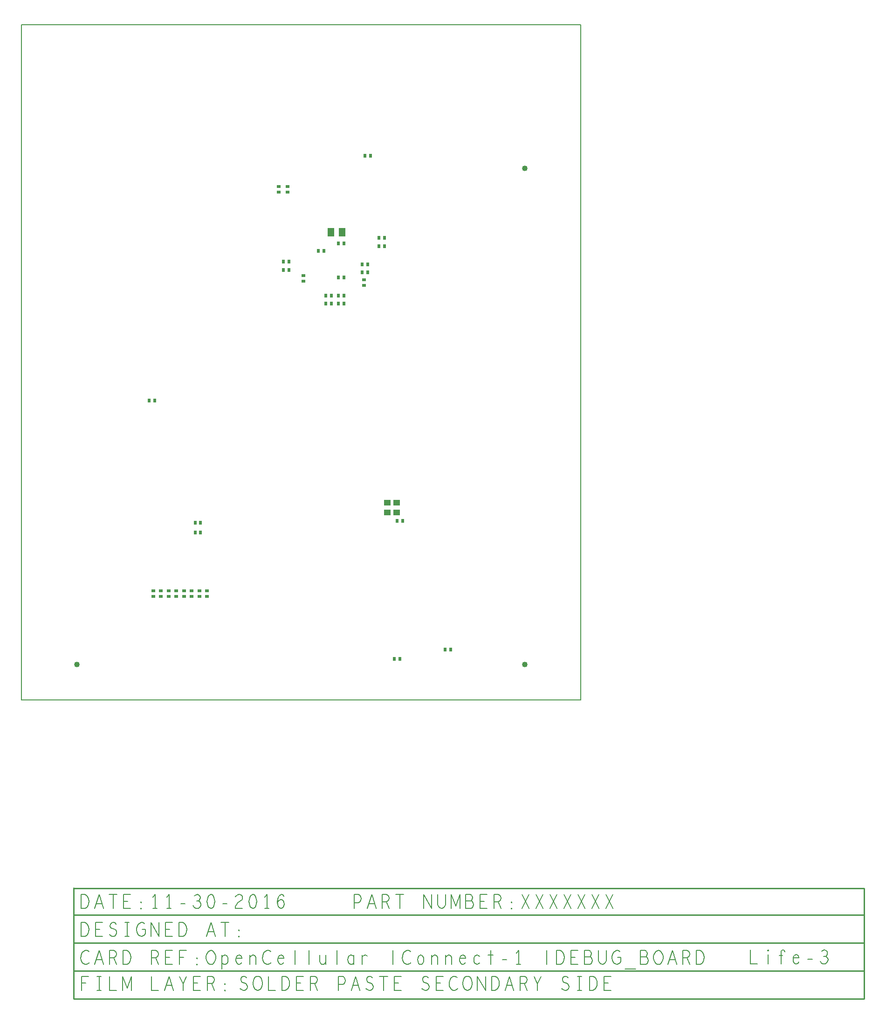
<source format=gbr>
G04 ================== begin FILE IDENTIFICATION RECORD ==================*
G04 Layout Name:  D:/shamshu/Dburg/final/OC_Connect-1_DEBUG_Life-3_final.brd*
G04 Film Name:    spse.gbr*
G04 File Format:  Gerber RS274X*
G04 File Origin:  Cadence Allegro 16.6-2015-S060*
G04 Origin Date:  Thu Dec 01 02:08:26 2016*
G04 *
G04 Layer:  PACKAGE GEOMETRY/PASTEMASK_BOTTOM*
G04 Layer:  PIN/PASTEMASK_BOTTOM*
G04 Layer:  DRAWING FORMAT/SPSE*
G04 Layer:  DRAWING FORMAT/FILM_LABEL_OUTLINE*
G04 Layer:  BOARD GEOMETRY/OUTLINE*
G04 *
G04 Offset:    (0.000 0.000)*
G04 Mirror:    No*
G04 Mode:      Positive*
G04 Rotation:  0*
G04 FullContactRelief:  No*
G04 UndefLineWidth:     6.000*
G04 ================== end FILE IDENTIFICATION RECORD ====================*
%FSLAX25Y25*MOIN*%
%IR0*IPPOS*OFA0.00000B0.00000*MIA0B0*SFA1.00000B1.00000*%
%ADD11R,.03X.024*%
%ADD12R,.024X.03*%
%ADD10C,.04*%
%ADD13R,.051X.059*%
%ADD14R,.045276X.043307*%
%ADD15C,.01*%
%ADD16C,.006*%
G75*
%LPD*%
G75*
G54D10*
X39718Y25300D03*
X360000D03*
Y380000D03*
G54D11*
X116118Y74032D03*
X121618D03*
X105118D03*
X110618D03*
X127118D03*
X132618D03*
X94118D03*
X99618D03*
X116118Y77968D03*
X121618D03*
X105118D03*
X110618D03*
X127118D03*
X132618D03*
X94118D03*
X99618D03*
X183800Y366968D03*
Y363032D03*
X190300Y366968D03*
Y363032D03*
X201518Y303400D03*
Y299463D03*
X244818Y296332D03*
Y300268D03*
G54D12*
X128087Y126800D03*
X124150D03*
X128087Y119800D03*
X124150D03*
X95187Y214000D03*
X91250D03*
X226750Y283500D03*
X230687D03*
X221687Y289000D03*
X217750D03*
X221687Y283500D03*
X217750D03*
X226750Y289000D03*
X230687D03*
X191287Y307300D03*
X187350D03*
X226750Y301900D03*
X230687D03*
X191287Y313221D03*
X187350D03*
X212250Y321095D03*
X216187D03*
X230687Y326500D03*
X226750D03*
X270687Y29500D03*
X266750D03*
X302950Y35900D03*
X268532Y128000D03*
X272468D03*
X247687Y305700D03*
X243750D03*
X255750Y330500D03*
X259687D03*
X255750Y324500D03*
X259687D03*
X243750Y311400D03*
X247687D03*
X249468Y389000D03*
X245532D03*
X306887Y35900D03*
G54D13*
X221381Y334400D03*
X229255D03*
G54D14*
X261653Y141000D03*
X268346D03*
X261653Y134000D03*
X268346D03*
G54D15*
G01X37218Y-193700D02*
X602518D01*
G01X37218Y-213700D02*
X602718D01*
Y-134771D01*
G01X37218Y-173700D02*
X602718D01*
G01X37218Y-153700D02*
X602618D01*
G01X37218Y-134300D02*
Y-213700D01*
G01Y-134500D02*
X602718D01*
G54D16*
G01X0Y0D02*
X400000D01*
Y482677D01*
X0D01*
Y0D01*
G01X42718Y-149000D02*
Y-139000D01*
X45218D01*
X46218Y-139500D01*
X46968Y-140167D01*
X47593Y-141166D01*
X48093Y-142334D01*
X48218Y-144000D01*
X48093Y-145667D01*
X47593Y-146834D01*
X46968Y-147834D01*
X46218Y-148500D01*
X45218Y-149000D01*
X42718D01*
G01X52343D02*
X55468Y-139000D01*
X58593Y-149000D01*
G01X57468Y-145500D02*
X53468D01*
G01X65468Y-139000D02*
Y-149000D01*
G01X62593Y-139000D02*
X68343D01*
G01X77968Y-149000D02*
X72968D01*
Y-139000D01*
X77968D01*
G01X75968Y-143833D02*
X72968D01*
G01X85468Y-149333D02*
X85218Y-149167D01*
Y-148833D01*
X85468Y-148667D01*
X85718Y-148833D01*
Y-149167D01*
X85468Y-149333D01*
G01Y-144834D02*
X85218Y-144667D01*
Y-144333D01*
X85468Y-144167D01*
X85718Y-144333D01*
Y-144667D01*
X85468Y-144834D01*
G01X95468Y-149000D02*
Y-139000D01*
X93968Y-141000D01*
G01Y-149000D02*
X96968D01*
G01X105468D02*
Y-139000D01*
X103968Y-141000D01*
G01Y-149000D02*
X106968D01*
G01X113843Y-145667D02*
X117093D01*
G01X122718Y-147000D02*
X123468Y-148167D01*
X124468Y-148833D01*
X125593Y-149000D01*
X126593Y-148833D01*
X127593Y-148000D01*
X128218Y-147000D01*
X128343Y-146000D01*
X128093Y-144834D01*
X127218Y-144000D01*
X126343Y-143667D01*
X125218D01*
G01X126343D02*
X127093Y-143167D01*
X127718Y-142334D01*
X127968Y-141333D01*
X127718Y-140333D01*
X127093Y-139500D01*
X125968Y-139000D01*
X124843Y-139167D01*
X123718Y-139834D01*
G01X135468Y-139000D02*
X134468Y-139333D01*
X133718Y-140167D01*
X133218Y-141166D01*
X132843Y-142500D01*
X132718Y-144000D01*
X132843Y-145500D01*
X133218Y-146834D01*
X133718Y-147834D01*
X134468Y-148667D01*
X135468Y-149000D01*
X136468Y-148667D01*
X137218Y-147834D01*
X137718Y-146834D01*
X138093Y-145500D01*
X138218Y-144000D01*
X138093Y-142500D01*
X137718Y-141166D01*
X137218Y-140167D01*
X136468Y-139333D01*
X135468Y-139000D01*
G01X143843Y-145667D02*
X147093D01*
G01X153093Y-140667D02*
X153843Y-139667D01*
X154718Y-139167D01*
X155718Y-139000D01*
X156968Y-139333D01*
X157843Y-140167D01*
X158093Y-141166D01*
X157968Y-142167D01*
X157468Y-143000D01*
X154968Y-144667D01*
X153843Y-145833D01*
X153093Y-147500D01*
X152843Y-149000D01*
X158093D01*
G01X165468Y-139000D02*
X164468Y-139333D01*
X163718Y-140167D01*
X163218Y-141166D01*
X162843Y-142500D01*
X162718Y-144000D01*
X162843Y-145500D01*
X163218Y-146834D01*
X163718Y-147834D01*
X164468Y-148667D01*
X165468Y-149000D01*
X166468Y-148667D01*
X167218Y-147834D01*
X167718Y-146834D01*
X168093Y-145500D01*
X168218Y-144000D01*
X168093Y-142500D01*
X167718Y-141166D01*
X167218Y-140167D01*
X166468Y-139333D01*
X165468Y-139000D01*
G01X175468Y-149000D02*
Y-139000D01*
X173968Y-141000D01*
G01Y-149000D02*
X176968D01*
G01X183093Y-144834D02*
X183968Y-143667D01*
X184718Y-143000D01*
X185718Y-142667D01*
X186593Y-143000D01*
X187218Y-143667D01*
X187718Y-144667D01*
X187843Y-145833D01*
X187718Y-146834D01*
X187218Y-147834D01*
X186468Y-148667D01*
X185593Y-149000D01*
X184593Y-148667D01*
X183718Y-147667D01*
X183218Y-146167D01*
X183093Y-144500D01*
X183343Y-142334D01*
X183718Y-141166D01*
X184343Y-140000D01*
X185218Y-139167D01*
X186093Y-139000D01*
X186968Y-139333D01*
X187593Y-140167D01*
G01X42718Y-169000D02*
Y-159000D01*
X45218D01*
X46218Y-159500D01*
X46968Y-160167D01*
X47593Y-161166D01*
X48093Y-162334D01*
X48218Y-164000D01*
X48093Y-165667D01*
X47593Y-166834D01*
X46968Y-167834D01*
X46218Y-168500D01*
X45218Y-169000D01*
X42718D01*
G01X57968D02*
X52968D01*
Y-159000D01*
X57968D01*
G01X55968Y-163833D02*
X52968D01*
G01X62843Y-167667D02*
X63843Y-168500D01*
X64968Y-169000D01*
X65968D01*
X66968Y-168500D01*
X67718Y-167667D01*
X68093Y-166500D01*
X67843Y-165334D01*
X67218Y-164333D01*
X66093Y-163667D01*
X64593Y-163333D01*
X63718Y-162667D01*
X63343Y-161500D01*
X63593Y-160333D01*
X64218Y-159500D01*
X65093Y-159000D01*
X65968D01*
X66843Y-159333D01*
X67593Y-160167D01*
G01X73968Y-159000D02*
X76968D01*
G01X75468D02*
Y-169000D01*
G01X73968D02*
X76968D01*
G01X86218Y-164000D02*
X88718D01*
Y-167000D01*
X87968Y-168000D01*
X87093Y-168667D01*
X85843Y-169000D01*
X84593Y-168667D01*
X83718Y-168000D01*
X82968Y-167000D01*
X82468Y-165833D01*
X82218Y-164500D01*
Y-163333D01*
X82468Y-162334D01*
X82968Y-161166D01*
X83718Y-160167D01*
X84468Y-159500D01*
X85468Y-159000D01*
X86343D01*
X87343Y-159333D01*
X88093Y-160000D01*
G01X92593Y-169000D02*
Y-159000D01*
X98343Y-169000D01*
Y-159000D01*
G01X107968Y-169000D02*
X102968D01*
Y-159000D01*
X107968D01*
G01X105968Y-163833D02*
X102968D01*
G01X112718Y-169000D02*
Y-159000D01*
X115218D01*
X116218Y-159500D01*
X116968Y-160167D01*
X117593Y-161166D01*
X118093Y-162334D01*
X118218Y-164000D01*
X118093Y-165667D01*
X117593Y-166834D01*
X116968Y-167834D01*
X116218Y-168500D01*
X115218Y-169000D01*
X112718D01*
G01X132343D02*
X135468Y-159000D01*
X138593Y-169000D01*
G01X137468Y-165500D02*
X133468D01*
G01X145468Y-159000D02*
Y-169000D01*
G01X142593Y-159000D02*
X148343D01*
G01X155468Y-169333D02*
X155218Y-169167D01*
Y-168833D01*
X155468Y-168667D01*
X155718Y-168833D01*
Y-169167D01*
X155468Y-169333D01*
G01Y-164834D02*
X155218Y-164667D01*
Y-164333D01*
X155468Y-164167D01*
X155718Y-164333D01*
Y-164667D01*
X155468Y-164834D01*
G01X43093Y-207500D02*
Y-197500D01*
X47843D01*
G01X46093Y-202333D02*
X43093D01*
G01X53968Y-197500D02*
X56968D01*
G01X55468D02*
Y-207500D01*
G01X53968D02*
X56968D01*
G01X62968Y-197500D02*
Y-207500D01*
X67968D01*
G01X72218D02*
Y-197500D01*
X75468Y-205833D01*
X78718Y-197500D01*
Y-207500D01*
G01X92968Y-197500D02*
Y-207500D01*
X97968D01*
G01X102343D02*
X105468Y-197500D01*
X108593Y-207500D01*
G01X107468Y-204000D02*
X103468D01*
G01X115468Y-207500D02*
Y-203000D01*
X112968Y-197500D01*
G01X117968D02*
X115468Y-203000D01*
G01X127968Y-207500D02*
X122968D01*
Y-197500D01*
X127968D01*
G01X125968Y-202333D02*
X122968D01*
G01X132968Y-207500D02*
Y-197500D01*
X136093D01*
X137093Y-198000D01*
X137718Y-198667D01*
X137968Y-200000D01*
X137718Y-201333D01*
X136968Y-202167D01*
X136093Y-202667D01*
X132968D01*
G01X136093D02*
X137968Y-207500D01*
G01X145468Y-207833D02*
X145218Y-207667D01*
Y-207333D01*
X145468Y-207167D01*
X145718Y-207333D01*
Y-207667D01*
X145468Y-207833D01*
G01Y-203334D02*
X145218Y-203167D01*
Y-202833D01*
X145468Y-202667D01*
X145718Y-202833D01*
Y-203167D01*
X145468Y-203334D01*
G01X48218Y-179834D02*
X47468Y-179333D01*
X46593Y-179000D01*
X45593D01*
X44468Y-179500D01*
X43593Y-180333D01*
X42968Y-181333D01*
X42468Y-183000D01*
X42343Y-184500D01*
X42593Y-186000D01*
X42968Y-187000D01*
X43718Y-188000D01*
X44593Y-188667D01*
X45468Y-189000D01*
X46343D01*
X47218Y-188667D01*
X47968Y-188167D01*
X48593Y-187500D01*
G01X52343Y-189000D02*
X55468Y-179000D01*
X58593Y-189000D01*
G01X57468Y-185500D02*
X53468D01*
G01X62968Y-189000D02*
Y-179000D01*
X66093D01*
X67093Y-179500D01*
X67718Y-180167D01*
X67968Y-181500D01*
X67718Y-182833D01*
X66968Y-183667D01*
X66093Y-184167D01*
X62968D01*
G01X66093D02*
X67968Y-189000D01*
G01X72718D02*
Y-179000D01*
X75218D01*
X76218Y-179500D01*
X76968Y-180167D01*
X77593Y-181166D01*
X78093Y-182334D01*
X78218Y-184000D01*
X78093Y-185667D01*
X77593Y-186834D01*
X76968Y-187834D01*
X76218Y-188500D01*
X75218Y-189000D01*
X72718D01*
G01X92968D02*
Y-179000D01*
X96093D01*
X97093Y-179500D01*
X97718Y-180167D01*
X97968Y-181500D01*
X97718Y-182833D01*
X96968Y-183667D01*
X96093Y-184167D01*
X92968D01*
G01X96093D02*
X97968Y-189000D01*
G01X107968D02*
X102968D01*
Y-179000D01*
X107968D01*
G01X105968Y-183833D02*
X102968D01*
G01X113093Y-189000D02*
Y-179000D01*
X117843D01*
G01X116093Y-183833D02*
X113093D01*
G01X125468Y-189333D02*
X125218Y-189167D01*
Y-188833D01*
X125468Y-188667D01*
X125718Y-188833D01*
Y-189167D01*
X125468Y-189333D01*
G01Y-184834D02*
X125218Y-184667D01*
Y-184333D01*
X125468Y-184167D01*
X125718Y-184333D01*
Y-184667D01*
X125468Y-184834D01*
G01X135468Y-189000D02*
X134468Y-188833D01*
X133593Y-188167D01*
X132843Y-187167D01*
X132343Y-186000D01*
X132093Y-184667D01*
Y-183333D01*
X132343Y-182000D01*
X132843Y-180833D01*
X133593Y-179834D01*
X134468Y-179167D01*
X135468Y-179000D01*
X136468Y-179167D01*
X137343Y-179834D01*
X138093Y-180833D01*
X138593Y-182000D01*
X138843Y-183333D01*
Y-184667D01*
X138593Y-186000D01*
X138093Y-187167D01*
X137343Y-188167D01*
X136468Y-188833D01*
X135468Y-189000D01*
G01X143218Y-192333D02*
Y-182334D01*
G01Y-183833D02*
X143843Y-183000D01*
X144468Y-182500D01*
X145468Y-182334D01*
X146343Y-182500D01*
X147218Y-183333D01*
X147593Y-184500D01*
X147718Y-185667D01*
X147593Y-186834D01*
X147218Y-188000D01*
X146468Y-188667D01*
X145468Y-189000D01*
X144593Y-188833D01*
X143718Y-188334D01*
X143218Y-187667D01*
G01X153593Y-184500D02*
X157593D01*
X157218Y-183333D01*
X156593Y-182667D01*
X155718Y-182334D01*
X154843Y-182500D01*
X154093Y-183000D01*
X153593Y-184167D01*
X153343Y-185167D01*
Y-186167D01*
X153593Y-187167D01*
X154218Y-188167D01*
X154968Y-188833D01*
X155843Y-189000D01*
X156718Y-188667D01*
X157593Y-187667D01*
G01X163343Y-189000D02*
Y-182334D01*
G01Y-184000D02*
X163843Y-183167D01*
X164593Y-182500D01*
X165593Y-182334D01*
X166468Y-182500D01*
X167218Y-183167D01*
X167593Y-184333D01*
Y-189000D01*
G01X178218Y-179834D02*
X177468Y-179333D01*
X176593Y-179000D01*
X175593D01*
X174468Y-179500D01*
X173593Y-180333D01*
X172968Y-181333D01*
X172468Y-183000D01*
X172343Y-184500D01*
X172593Y-186000D01*
X172968Y-187000D01*
X173718Y-188000D01*
X174593Y-188667D01*
X175468Y-189000D01*
X176343D01*
X177218Y-188667D01*
X177968Y-188167D01*
X178593Y-187500D01*
G01X183593Y-184500D02*
X187593D01*
X187218Y-183333D01*
X186593Y-182667D01*
X185718Y-182334D01*
X184843Y-182500D01*
X184093Y-183000D01*
X183593Y-184167D01*
X183343Y-185167D01*
Y-186167D01*
X183593Y-187167D01*
X184218Y-188167D01*
X184968Y-188833D01*
X185843Y-189000D01*
X186718Y-188667D01*
X187593Y-187667D01*
G01X195468Y-189000D02*
Y-179000D01*
G01X205468Y-189000D02*
Y-179000D01*
G01X213343Y-182334D02*
Y-187000D01*
X213843Y-188167D01*
X214593Y-188833D01*
X215468Y-189000D01*
X216343Y-188833D01*
X217093Y-188167D01*
X217593Y-187000D01*
G01Y-189000D02*
Y-182334D01*
G01X225468Y-189000D02*
Y-179000D01*
G01X237718Y-189000D02*
Y-182334D01*
G01Y-183500D02*
X237218Y-182833D01*
X236468Y-182500D01*
X235593Y-182334D01*
X234718Y-182667D01*
X233968Y-183333D01*
X233468Y-184333D01*
X233218Y-185667D01*
X233468Y-187000D01*
X233968Y-188000D01*
X234718Y-188667D01*
X235593Y-189000D01*
X236468Y-188833D01*
X237218Y-188334D01*
X237718Y-187667D01*
G01X243718Y-189000D02*
Y-182334D01*
G01Y-183667D02*
X244343Y-183000D01*
X244968Y-182500D01*
X245843Y-182334D01*
X246468Y-182500D01*
X247218Y-183000D01*
G01X265468Y-189000D02*
Y-179000D01*
G01X278218Y-179834D02*
X277468Y-179333D01*
X276593Y-179000D01*
X275593D01*
X274468Y-179500D01*
X273593Y-180333D01*
X272968Y-181333D01*
X272468Y-183000D01*
X272343Y-184500D01*
X272593Y-186000D01*
X272968Y-187000D01*
X273718Y-188000D01*
X274593Y-188667D01*
X275468Y-189000D01*
X276343D01*
X277218Y-188667D01*
X277968Y-188167D01*
X278593Y-187500D01*
G01X285468Y-189000D02*
X284718Y-188833D01*
X283968Y-188167D01*
X283468Y-187000D01*
X283218Y-185667D01*
X283468Y-184333D01*
X283968Y-183167D01*
X284718Y-182500D01*
X285468Y-182334D01*
X286218Y-182500D01*
X286968Y-183167D01*
X287468Y-184333D01*
X287593Y-185667D01*
X287468Y-187000D01*
X286968Y-188167D01*
X286218Y-188833D01*
X285468Y-189000D01*
G01X293343D02*
Y-182334D01*
G01Y-184000D02*
X293843Y-183167D01*
X294593Y-182500D01*
X295593Y-182334D01*
X296468Y-182500D01*
X297218Y-183167D01*
X297593Y-184333D01*
Y-189000D01*
G01X303343D02*
Y-182334D01*
G01Y-184000D02*
X303843Y-183167D01*
X304593Y-182500D01*
X305593Y-182334D01*
X306468Y-182500D01*
X307218Y-183167D01*
X307593Y-184333D01*
Y-189000D01*
G01X313593Y-184500D02*
X317593D01*
X317218Y-183333D01*
X316593Y-182667D01*
X315718Y-182334D01*
X314843Y-182500D01*
X314093Y-183000D01*
X313593Y-184167D01*
X313343Y-185167D01*
Y-186167D01*
X313593Y-187167D01*
X314218Y-188167D01*
X314968Y-188833D01*
X315843Y-189000D01*
X316718Y-188667D01*
X317593Y-187667D01*
G01X327468Y-183167D02*
X326593Y-182500D01*
X325843Y-182334D01*
X324843Y-182667D01*
X324093Y-183333D01*
X323593Y-184500D01*
X323468Y-185667D01*
X323593Y-186834D01*
X324093Y-187834D01*
X324843Y-188667D01*
X325843Y-189000D01*
X326718Y-188667D01*
X327468Y-188000D01*
G01X335468Y-179000D02*
Y-189000D01*
G01X333718Y-182334D02*
X337218D01*
G01X343843Y-185667D02*
X347093D01*
G01X355468Y-189000D02*
Y-179000D01*
X353968Y-181000D01*
G01Y-189000D02*
X356968D01*
G01X375468D02*
Y-179000D01*
G01X382718Y-189000D02*
Y-179000D01*
X385218D01*
X386218Y-179500D01*
X386968Y-180167D01*
X387593Y-181166D01*
X388093Y-182334D01*
X388218Y-184000D01*
X388093Y-185667D01*
X387593Y-186834D01*
X386968Y-187834D01*
X386218Y-188500D01*
X385218Y-189000D01*
X382718D01*
G01X397968D02*
X392968D01*
Y-179000D01*
X397968D01*
G01X395968Y-183833D02*
X392968D01*
G01X406468Y-183667D02*
X406968Y-183167D01*
X407343Y-182334D01*
X407593Y-181166D01*
X407343Y-180167D01*
X406843Y-179500D01*
X405968Y-179000D01*
X402593D01*
Y-189000D01*
X406718D01*
X407593Y-188334D01*
X408093Y-187333D01*
X408343Y-186167D01*
X408093Y-185000D01*
X407343Y-184000D01*
X406468Y-183667D01*
X402593D01*
G01X412718Y-179000D02*
Y-186167D01*
X413218Y-187667D01*
X414218Y-188667D01*
X415468Y-189000D01*
X416718Y-188667D01*
X417718Y-187667D01*
X418218Y-186167D01*
Y-179000D01*
G01X426218Y-184000D02*
X428718D01*
Y-187000D01*
X427968Y-188000D01*
X427093Y-188667D01*
X425843Y-189000D01*
X424593Y-188667D01*
X423718Y-188000D01*
X422968Y-187000D01*
X422468Y-185833D01*
X422218Y-184500D01*
Y-183333D01*
X422468Y-182334D01*
X422968Y-181166D01*
X423718Y-180167D01*
X424468Y-179500D01*
X425468Y-179000D01*
X426343D01*
X427343Y-179333D01*
X428093Y-180000D01*
G01X431718Y-192333D02*
X439218D01*
G01X446468Y-183667D02*
X446968Y-183167D01*
X447343Y-182334D01*
X447593Y-181166D01*
X447343Y-180167D01*
X446843Y-179500D01*
X445968Y-179000D01*
X442593D01*
Y-189000D01*
X446718D01*
X447593Y-188334D01*
X448093Y-187333D01*
X448343Y-186167D01*
X448093Y-185000D01*
X447343Y-184000D01*
X446468Y-183667D01*
X442593D01*
G01X455468Y-189000D02*
X454468Y-188833D01*
X453593Y-188167D01*
X452843Y-187167D01*
X452343Y-186000D01*
X452093Y-184667D01*
Y-183333D01*
X452343Y-182000D01*
X452843Y-180833D01*
X453593Y-179834D01*
X454468Y-179167D01*
X455468Y-179000D01*
X456468Y-179167D01*
X457343Y-179834D01*
X458093Y-180833D01*
X458593Y-182000D01*
X458843Y-183333D01*
Y-184667D01*
X458593Y-186000D01*
X458093Y-187167D01*
X457343Y-188167D01*
X456468Y-188833D01*
X455468Y-189000D01*
G01X462343D02*
X465468Y-179000D01*
X468593Y-189000D01*
G01X467468Y-185500D02*
X463468D01*
G01X472968Y-189000D02*
Y-179000D01*
X476093D01*
X477093Y-179500D01*
X477718Y-180167D01*
X477968Y-181500D01*
X477718Y-182833D01*
X476968Y-183667D01*
X476093Y-184167D01*
X472968D01*
G01X476093D02*
X477968Y-189000D01*
G01X482718D02*
Y-179000D01*
X485218D01*
X486218Y-179500D01*
X486968Y-180167D01*
X487593Y-181166D01*
X488093Y-182334D01*
X488218Y-184000D01*
X488093Y-185667D01*
X487593Y-186834D01*
X486968Y-187834D01*
X486218Y-188500D01*
X485218Y-189000D01*
X482718D01*
G01X156343Y-206167D02*
X157343Y-207000D01*
X158468Y-207500D01*
X159468D01*
X160468Y-207000D01*
X161218Y-206167D01*
X161593Y-205000D01*
X161343Y-203834D01*
X160718Y-202833D01*
X159593Y-202167D01*
X158093Y-201833D01*
X157218Y-201167D01*
X156843Y-200000D01*
X157093Y-198833D01*
X157718Y-198000D01*
X158593Y-197500D01*
X159468D01*
X160343Y-197833D01*
X161093Y-198667D01*
G01X168968Y-207500D02*
X167968Y-207333D01*
X167093Y-206667D01*
X166343Y-205667D01*
X165843Y-204500D01*
X165593Y-203167D01*
Y-201833D01*
X165843Y-200500D01*
X166343Y-199333D01*
X167093Y-198334D01*
X167968Y-197667D01*
X168968Y-197500D01*
X169968Y-197667D01*
X170843Y-198334D01*
X171593Y-199333D01*
X172093Y-200500D01*
X172343Y-201833D01*
Y-203167D01*
X172093Y-204500D01*
X171593Y-205667D01*
X170843Y-206667D01*
X169968Y-207333D01*
X168968Y-207500D01*
G01X176468Y-197500D02*
Y-207500D01*
X181468D01*
G01X186218D02*
Y-197500D01*
X188718D01*
X189718Y-198000D01*
X190468Y-198667D01*
X191093Y-199666D01*
X191593Y-200834D01*
X191718Y-202500D01*
X191593Y-204167D01*
X191093Y-205334D01*
X190468Y-206334D01*
X189718Y-207000D01*
X188718Y-207500D01*
X186218D01*
G01X201468D02*
X196468D01*
Y-197500D01*
X201468D01*
G01X199468Y-202333D02*
X196468D01*
G01X206468Y-207500D02*
Y-197500D01*
X209593D01*
X210593Y-198000D01*
X211218Y-198667D01*
X211468Y-200000D01*
X211218Y-201333D01*
X210468Y-202167D01*
X209593Y-202667D01*
X206468D01*
G01X209593D02*
X211468Y-207500D01*
G01X226468D02*
Y-197500D01*
X229468D01*
X230468Y-198000D01*
X231218Y-199167D01*
X231468Y-200500D01*
X231218Y-201833D01*
X230593Y-202833D01*
X229468Y-203334D01*
X226468D01*
G01X235843Y-207500D02*
X238968Y-197500D01*
X242093Y-207500D01*
G01X240968Y-204000D02*
X236968D01*
G01X246343Y-206167D02*
X247343Y-207000D01*
X248468Y-207500D01*
X249468D01*
X250468Y-207000D01*
X251218Y-206167D01*
X251593Y-205000D01*
X251343Y-203834D01*
X250718Y-202833D01*
X249593Y-202167D01*
X248093Y-201833D01*
X247218Y-201167D01*
X246843Y-200000D01*
X247093Y-198833D01*
X247718Y-198000D01*
X248593Y-197500D01*
X249468D01*
X250343Y-197833D01*
X251093Y-198667D01*
G01X258968Y-197500D02*
Y-207500D01*
G01X256093Y-197500D02*
X261843D01*
G01X271468Y-207500D02*
X266468D01*
Y-197500D01*
X271468D01*
G01X269468Y-202333D02*
X266468D01*
G01X286343Y-206167D02*
X287343Y-207000D01*
X288468Y-207500D01*
X289468D01*
X290468Y-207000D01*
X291218Y-206167D01*
X291593Y-205000D01*
X291343Y-203834D01*
X290718Y-202833D01*
X289593Y-202167D01*
X288093Y-201833D01*
X287218Y-201167D01*
X286843Y-200000D01*
X287093Y-198833D01*
X287718Y-198000D01*
X288593Y-197500D01*
X289468D01*
X290343Y-197833D01*
X291093Y-198667D01*
G01X301468Y-207500D02*
X296468D01*
Y-197500D01*
X301468D01*
G01X299468Y-202333D02*
X296468D01*
G01X311718Y-198334D02*
X310968Y-197833D01*
X310093Y-197500D01*
X309093D01*
X307968Y-198000D01*
X307093Y-198833D01*
X306468Y-199833D01*
X305968Y-201500D01*
X305843Y-203000D01*
X306093Y-204500D01*
X306468Y-205500D01*
X307218Y-206500D01*
X308093Y-207167D01*
X308968Y-207500D01*
X309843D01*
X310718Y-207167D01*
X311468Y-206667D01*
X312093Y-206000D01*
G01X318968Y-207500D02*
X317968Y-207333D01*
X317093Y-206667D01*
X316343Y-205667D01*
X315843Y-204500D01*
X315593Y-203167D01*
Y-201833D01*
X315843Y-200500D01*
X316343Y-199333D01*
X317093Y-198334D01*
X317968Y-197667D01*
X318968Y-197500D01*
X319968Y-197667D01*
X320843Y-198334D01*
X321593Y-199333D01*
X322093Y-200500D01*
X322343Y-201833D01*
Y-203167D01*
X322093Y-204500D01*
X321593Y-205667D01*
X320843Y-206667D01*
X319968Y-207333D01*
X318968Y-207500D01*
G01X326093D02*
Y-197500D01*
X331843Y-207500D01*
Y-197500D01*
G01X336218Y-207500D02*
Y-197500D01*
X338718D01*
X339718Y-198000D01*
X340468Y-198667D01*
X341093Y-199666D01*
X341593Y-200834D01*
X341718Y-202500D01*
X341593Y-204167D01*
X341093Y-205334D01*
X340468Y-206334D01*
X339718Y-207000D01*
X338718Y-207500D01*
X336218D01*
G01X345843D02*
X348968Y-197500D01*
X352093Y-207500D01*
G01X350968Y-204000D02*
X346968D01*
G01X356468Y-207500D02*
Y-197500D01*
X359593D01*
X360593Y-198000D01*
X361218Y-198667D01*
X361468Y-200000D01*
X361218Y-201333D01*
X360468Y-202167D01*
X359593Y-202667D01*
X356468D01*
G01X359593D02*
X361468Y-207500D01*
G01X368968D02*
Y-203000D01*
X366468Y-197500D01*
G01X371468D02*
X368968Y-203000D01*
G01X386343Y-206167D02*
X387343Y-207000D01*
X388468Y-207500D01*
X389468D01*
X390468Y-207000D01*
X391218Y-206167D01*
X391593Y-205000D01*
X391343Y-203834D01*
X390718Y-202833D01*
X389593Y-202167D01*
X388093Y-201833D01*
X387218Y-201167D01*
X386843Y-200000D01*
X387093Y-198833D01*
X387718Y-198000D01*
X388593Y-197500D01*
X389468D01*
X390343Y-197833D01*
X391093Y-198667D01*
G01X397468Y-197500D02*
X400468D01*
G01X398968D02*
Y-207500D01*
G01X397468D02*
X400468D01*
G01X406218D02*
Y-197500D01*
X408718D01*
X409718Y-198000D01*
X410468Y-198667D01*
X411093Y-199666D01*
X411593Y-200834D01*
X411718Y-202500D01*
X411593Y-204167D01*
X411093Y-205334D01*
X410468Y-206334D01*
X409718Y-207000D01*
X408718Y-207500D01*
X406218D01*
G01X421468D02*
X416468D01*
Y-197500D01*
X421468D01*
G01X419468Y-202333D02*
X416468D01*
G01X237968Y-149000D02*
Y-139000D01*
X240968D01*
X241968Y-139500D01*
X242718Y-140667D01*
X242968Y-142000D01*
X242718Y-143333D01*
X242093Y-144333D01*
X240968Y-144834D01*
X237968D01*
G01X247343Y-149000D02*
X250468Y-139000D01*
X253593Y-149000D01*
G01X252468Y-145500D02*
X248468D01*
G01X257968Y-149000D02*
Y-139000D01*
X261093D01*
X262093Y-139500D01*
X262718Y-140167D01*
X262968Y-141500D01*
X262718Y-142833D01*
X261968Y-143667D01*
X261093Y-144167D01*
X257968D01*
G01X261093D02*
X262968Y-149000D01*
G01X270468Y-139000D02*
Y-149000D01*
G01X267593Y-139000D02*
X273343D01*
G01X287593Y-149000D02*
Y-139000D01*
X293343Y-149000D01*
Y-139000D01*
G01X297718D02*
Y-146167D01*
X298218Y-147667D01*
X299218Y-148667D01*
X300468Y-149000D01*
X301718Y-148667D01*
X302718Y-147667D01*
X303218Y-146167D01*
Y-139000D01*
G01X307218Y-149000D02*
Y-139000D01*
X310468Y-147333D01*
X313718Y-139000D01*
Y-149000D01*
G01X321468Y-143667D02*
X321968Y-143167D01*
X322343Y-142334D01*
X322593Y-141166D01*
X322343Y-140167D01*
X321843Y-139500D01*
X320968Y-139000D01*
X317593D01*
Y-149000D01*
X321718D01*
X322593Y-148334D01*
X323093Y-147333D01*
X323343Y-146167D01*
X323093Y-145000D01*
X322343Y-144000D01*
X321468Y-143667D01*
X317593D01*
G01X332968Y-149000D02*
X327968D01*
Y-139000D01*
X332968D01*
G01X330968Y-143833D02*
X327968D01*
G01X337968Y-149000D02*
Y-139000D01*
X341093D01*
X342093Y-139500D01*
X342718Y-140167D01*
X342968Y-141500D01*
X342718Y-142833D01*
X341968Y-143667D01*
X341093Y-144167D01*
X337968D01*
G01X341093D02*
X342968Y-149000D01*
G01X350468Y-149333D02*
X350218Y-149167D01*
Y-148833D01*
X350468Y-148667D01*
X350718Y-148833D01*
Y-149167D01*
X350468Y-149333D01*
G01Y-144834D02*
X350218Y-144667D01*
Y-144333D01*
X350468Y-144167D01*
X350718Y-144333D01*
Y-144667D01*
X350468Y-144834D01*
G01X357843Y-149000D02*
X363093Y-139000D01*
G01X357843D02*
X363093Y-149000D01*
G01X367843D02*
X373093Y-139000D01*
G01X367843D02*
X373093Y-149000D01*
G01X377843D02*
X383093Y-139000D01*
G01X377843D02*
X383093Y-149000D01*
G01X387843D02*
X393093Y-139000D01*
G01X387843D02*
X393093Y-149000D01*
G01X397843D02*
X403093Y-139000D01*
G01X397843D02*
X403093Y-149000D01*
G01X407843D02*
X413093Y-139000D01*
G01X407843D02*
X413093Y-149000D01*
G01X417843D02*
X423093Y-139000D01*
G01X417843D02*
X423093Y-149000D01*
G01X521418Y-178733D02*
Y-188733D01*
X526418D01*
G01X533918Y-182067D02*
Y-188733D01*
G01Y-179400D02*
X533668Y-179234D01*
Y-178900D01*
X533918Y-178733D01*
X534168Y-178900D01*
Y-179234D01*
X533918Y-179400D01*
G01X543168Y-188733D02*
Y-180233D01*
X543418Y-179400D01*
X543918Y-178900D01*
X544668Y-178733D01*
X545418Y-179067D01*
X545793Y-179900D01*
G01X544293Y-182734D02*
X541793D01*
G01X552043Y-184233D02*
X556043D01*
X555668Y-183067D01*
X555043Y-182400D01*
X554168Y-182067D01*
X553293Y-182234D01*
X552543Y-182734D01*
X552043Y-183900D01*
X551793Y-184900D01*
Y-185900D01*
X552043Y-186900D01*
X552668Y-187900D01*
X553418Y-188567D01*
X554293Y-188733D01*
X555168Y-188400D01*
X556043Y-187400D01*
G01X562293Y-185400D02*
X565543D01*
G01X571168Y-186734D02*
X571918Y-187900D01*
X572918Y-188567D01*
X574043Y-188733D01*
X575043Y-188567D01*
X576043Y-187734D01*
X576668Y-186734D01*
X576793Y-185733D01*
X576543Y-184567D01*
X575668Y-183734D01*
X574793Y-183400D01*
X573668D01*
G01X574793D02*
X575543Y-182900D01*
X576168Y-182067D01*
X576418Y-181067D01*
X576168Y-180067D01*
X575543Y-179234D01*
X574418Y-178733D01*
X573293Y-178900D01*
X572168Y-179567D01*
M02*

</source>
